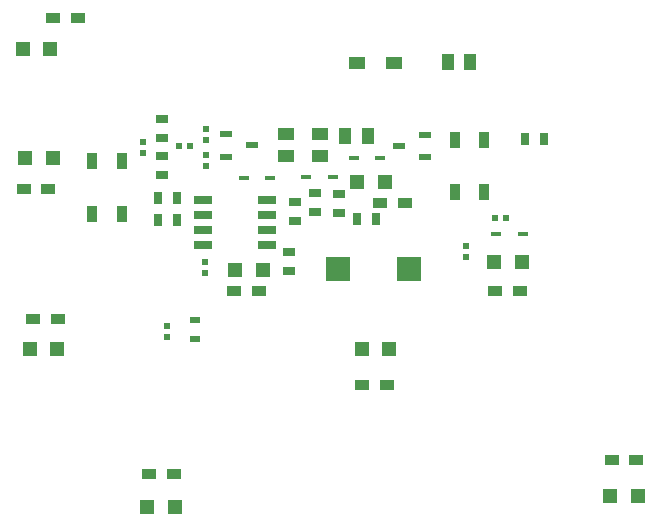
<source format=gbr>
%TF.GenerationSoftware,KiCad,Pcbnew,(6.0.6)*%
%TF.CreationDate,2023-05-08T04:54:07+09:00*%
%TF.ProjectId,128KB_64pin_Touch_R_halfduplex_x2,3132384b-425f-4363-9470-696e5f546f75,rev?*%
%TF.SameCoordinates,Original*%
%TF.FileFunction,Paste,Top*%
%TF.FilePolarity,Positive*%
%FSLAX46Y46*%
G04 Gerber Fmt 4.6, Leading zero omitted, Abs format (unit mm)*
G04 Created by KiCad (PCBNEW (6.0.6)) date 2023-05-08 04:54:07*
%MOMM*%
%LPD*%
G01*
G04 APERTURE LIST*
%ADD10R,1.340000X1.140000*%
%ADD11R,0.620000X0.600000*%
%ADD12R,1.150000X1.150000*%
%ADD13R,0.940000X0.540000*%
%ADD14R,1.000000X1.400000*%
%ADD15R,1.400000X1.000000*%
%ADD16R,1.200000X0.950000*%
%ADD17R,1.000000X0.800000*%
%ADD18R,0.800000X1.000000*%
%ADD19R,0.900000X1.450000*%
%ADD20R,1.050000X0.600000*%
%ADD21R,0.870000X0.420000*%
%ADD22R,0.600000X0.620000*%
%ADD23R,1.528000X0.650000*%
%ADD24R,2.000000X2.000000*%
G04 APERTURE END LIST*
D10*
%TO.C,D4*%
X152220000Y-88200000D03*
X149120000Y-88200000D03*
%TD*%
D11*
%TO.C,C2*%
X136270000Y-94690000D03*
X136270000Y-93770000D03*
%TD*%
D12*
%TO.C,R25*%
X170505000Y-124850000D03*
X172855000Y-124850000D03*
%TD*%
D13*
%TO.C,C23*%
X135370000Y-109980000D03*
X135370000Y-111580000D03*
%TD*%
D11*
%TO.C,C1*%
X136280000Y-96890000D03*
X136280000Y-95970000D03*
%TD*%
D14*
%TO.C,R6*%
X156760000Y-88150000D03*
X158660000Y-88150000D03*
%TD*%
D15*
%TO.C,R2*%
X145920000Y-94210000D03*
X145920000Y-96110000D03*
%TD*%
D16*
%TO.C,LED3*%
X133580000Y-122990000D03*
X131480000Y-122990000D03*
%TD*%
D17*
%TO.C,R22*%
X143800000Y-101590000D03*
X143800000Y-99990000D03*
%TD*%
D16*
%TO.C,LED9*%
X123770000Y-109870000D03*
X121670000Y-109870000D03*
%TD*%
%TO.C,LED2*%
X125470000Y-84380000D03*
X123370000Y-84380000D03*
%TD*%
D12*
%TO.C,R31*%
X141125000Y-105770000D03*
X138775000Y-105770000D03*
%TD*%
D18*
%TO.C,R13*%
X132230000Y-99600000D03*
X133830000Y-99600000D03*
%TD*%
D19*
%TO.C,FL2*%
X126655000Y-96500000D03*
X126655000Y-100950000D03*
X129155000Y-100950000D03*
X129155000Y-96500000D03*
%TD*%
D20*
%TO.C,D2*%
X138015000Y-94240000D03*
X138015000Y-96140000D03*
X140215000Y-95190000D03*
%TD*%
D11*
%TO.C,C20*%
X133020000Y-110510000D03*
X133020000Y-111430000D03*
%TD*%
D12*
%TO.C,R29*%
X133665000Y-125770000D03*
X131315000Y-125770000D03*
%TD*%
D16*
%TO.C,LED8*%
X151630000Y-115510000D03*
X149530000Y-115510000D03*
%TD*%
D12*
%TO.C,R32*%
X160690000Y-105070000D03*
X163040000Y-105070000D03*
%TD*%
D16*
%TO.C,LED4*%
X153130000Y-100100000D03*
X151030000Y-100100000D03*
%TD*%
D21*
%TO.C,Z5*%
X160895000Y-102655000D03*
X163145000Y-102655000D03*
%TD*%
D12*
%TO.C,R33*%
X123305000Y-96230000D03*
X120955000Y-96230000D03*
%TD*%
D22*
%TO.C,C8*%
X160780000Y-101340000D03*
X161700000Y-101340000D03*
%TD*%
D21*
%TO.C,Z2*%
X141755000Y-97925000D03*
X139505000Y-97925000D03*
%TD*%
D20*
%TO.C,D1*%
X154805000Y-96170000D03*
X154805000Y-94270000D03*
X152605000Y-95220000D03*
%TD*%
D14*
%TO.C,R3*%
X149990000Y-94380000D03*
X148090000Y-94380000D03*
%TD*%
D18*
%TO.C,R12*%
X132250000Y-101520000D03*
X133850000Y-101520000D03*
%TD*%
D16*
%TO.C,LED1*%
X170640000Y-121820000D03*
X172740000Y-121820000D03*
%TD*%
D21*
%TO.C,Z4*%
X148805000Y-96235000D03*
X151055000Y-96235000D03*
%TD*%
D11*
%TO.C,C14*%
X136230000Y-105050000D03*
X136230000Y-105970000D03*
%TD*%
D16*
%TO.C,LED7*%
X122950000Y-98870000D03*
X120850000Y-98870000D03*
%TD*%
%TO.C,LED5*%
X140770000Y-107500000D03*
X138670000Y-107500000D03*
%TD*%
D11*
%TO.C,C5*%
X158330000Y-103690000D03*
X158330000Y-104610000D03*
%TD*%
D17*
%TO.C,R26*%
X147550000Y-100930000D03*
X147550000Y-99330000D03*
%TD*%
D23*
%TO.C,IC3*%
X141436000Y-103575000D03*
X141436000Y-102305000D03*
X141436000Y-101035000D03*
X141436000Y-99765000D03*
X136014000Y-99765000D03*
X136014000Y-101035000D03*
X136014000Y-102305000D03*
X136014000Y-103575000D03*
%TD*%
D17*
%TO.C,R21*%
X143290000Y-105790000D03*
X143290000Y-104190000D03*
%TD*%
D22*
%TO.C,C4*%
X134030000Y-95270000D03*
X134950000Y-95270000D03*
%TD*%
D15*
%TO.C,R1*%
X143050000Y-94190000D03*
X143050000Y-96090000D03*
%TD*%
D12*
%TO.C,R35*%
X123720000Y-112460000D03*
X121370000Y-112460000D03*
%TD*%
D11*
%TO.C,C6*%
X131000000Y-95810000D03*
X131000000Y-94890000D03*
%TD*%
D12*
%TO.C,R34*%
X151820000Y-112440000D03*
X149470000Y-112440000D03*
%TD*%
D18*
%TO.C,R28*%
X149120000Y-101440000D03*
X150720000Y-101440000D03*
%TD*%
D17*
%TO.C,R19*%
X145540000Y-100840000D03*
X145540000Y-99240000D03*
%TD*%
D16*
%TO.C,LED6*%
X160770000Y-107500000D03*
X162870000Y-107500000D03*
%TD*%
D17*
%TO.C,R4*%
X132610000Y-97700000D03*
X132610000Y-96100000D03*
%TD*%
D12*
%TO.C,R30*%
X151420000Y-98250000D03*
X149070000Y-98250000D03*
%TD*%
D19*
%TO.C,FL1*%
X159845000Y-99140000D03*
X159845000Y-94690000D03*
X157345000Y-94690000D03*
X157345000Y-99140000D03*
%TD*%
D12*
%TO.C,R27*%
X123115000Y-87010000D03*
X120765000Y-87010000D03*
%TD*%
D17*
%TO.C,R5*%
X132600000Y-94540000D03*
X132600000Y-92940000D03*
%TD*%
D24*
%TO.C,S1*%
X147445000Y-105655000D03*
X153445000Y-105655000D03*
%TD*%
D21*
%TO.C,Z3*%
X144795000Y-97865000D03*
X147045000Y-97865000D03*
%TD*%
D18*
%TO.C,R9*%
X164930000Y-94620000D03*
X163330000Y-94620000D03*
%TD*%
M02*

</source>
